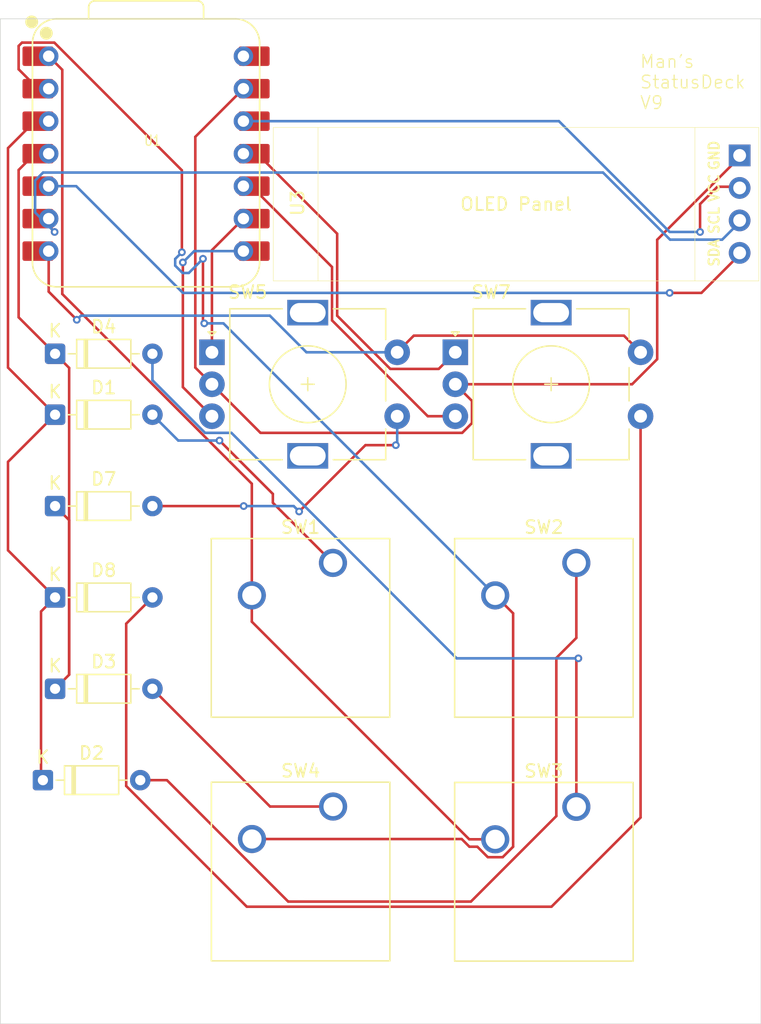
<source format=kicad_pcb>
(kicad_pcb (version 20241229) (generator "pcbnew") (generator_version "9.0")
  (layers (0 "F.Cu" signal) (2 "B.Cu" signal) (13 "F.Paste" user) (15 "B.Paste" user) (5 "F.SilkS" user "F.Silkscreen") (7 "B.SilkS" user "B.Silkscreen") (1 "F.Mask" user) (3 "B.Mask" user) (25 "Edge.Cuts" user))
  (net 0 "")
  (net 1 "ENC1_A")
  (net 2 "+3V3")
  (net 3 "ENC1_B")
  (net 4 "ENC1_C")
  (net 5 "ENC1_D")
  (net 6 "GND")
  (net 7 "C1")
  (net 8 "Net-(D1-A)")
  (net 9 "Net-(D2-A)")
  (net 10 "C2")
  (net 11 "Net-(D3-A)")
  (net 12 "Net-(D4-A)")
  (net 13 "Net-(D7-A)")
  (net 14 "Net-(D8-A)")
  (net 15 "+5V")
  (net 16 "R1")
  (net 17 "R2")
  (net 18 "R3")
  (net 19 "SCL")
  (net 20 "SDA")
  (footprint "Button_Switch_Keyboard:SW_Cherry_MX_1.00u_PCB" (layer "F.Cu") (at 185.57875 128.27)
    (property "Reference" "SW2" (at -2.54 -2.794 0) (layer "F.SilkS"))
    (property "Value" "SW_Push")
    (fp_line (start -9.525 -1.905) (end 4.445 -1.905) (stroke (width 0.12)) (layer "F.SilkS"))
    (fp_line (start -9.525 12.065) (end -9.525 -1.905) (stroke (width 0.12)) (layer "F.SilkS"))
    (fp_line (start 4.445 -1.905) (end 4.445 12.065) (stroke (width 0.12)) (layer "F.SilkS"))
    (fp_line (start 4.445 12.065) (end -9.525 12.065) (stroke (width 0.12)) (layer "F.SilkS"))
    (pad "" np_thru_hole circle (at -7.62 5.08) (size 1.7 1.7) (drill 1.7) (layers "*.Cu" "*.Mask"))
    (pad "" np_thru_hole circle (at -2.54 5.08) (size 4 4) (drill 4) (layers "*.Cu" "*.Mask"))
    (pad "" np_thru_hole circle (at 2.54 5.08) (size 1.7 1.7) (drill 1.7) (layers "*.Cu" "*.Mask"))
    (pad "1" thru_hole circle (at 0 0) (size 2.2 2.2) (drill 1.5) (layers "*.Cu" "*.Mask") (net 9 "Net-(D2-A)"))
    (pad "2" thru_hole circle (at -6.35 2.54) (size 2.2 2.2) (drill 1.5) (layers "*.Cu" "*.Mask") (net 17 "R2"))
  )
  (footprint "KIcad:SSD1306-0.91-OLED-4pin-128x32" (layer "F.Cu") (at 161.86 94.22)
    (property "Reference" "U3" (at 1.9 5.91 90) (layer "F.SilkS"))
    (property "Value" "SSD1306")
    (fp_line (start 0 0) (end 0 12) (stroke (width 0.04)) (layer "F.SilkS"))
    (fp_line (start 0 12) (end 38 12) (stroke (width 0.04)) (layer "F.SilkS"))
    (fp_line (start 3.5 0) (end 3.5 12) (stroke (width 0.04)) (layer "F.SilkS"))
    (fp_line (start 33 0) (end 33 12) (stroke (width 0.04)) (layer "F.SilkS"))
    (fp_line (start 38 0) (end 0 0) (stroke (width 0.04)) (layer "F.SilkS"))
    (fp_line (start 38 12) (end 38 0) (stroke (width 0.04)) (layer "F.SilkS"))
    (fp_text user "GND" (at 34.5 2.19 270) (layer "F.SilkS") (effects (font (size 0.8 0.75))))
    (fp_text user "VCC" (at 34.5 4.73 270) (layer "F.SilkS") (effects (font (size 0.8 0.75))))
    (fp_text user "SDA" (at 34.5 9.81 270) (layer "F.SilkS") (effects (font (size 0.8 0.75))))
    (fp_text user "OLED Panel" (at 19 6 0) (layer "F.SilkS"))
    (fp_text user "SCL" (at 34.5 7.27 270) (layer "F.SilkS") (effects (font (size 0.8 0.75))))
    (pad "1" thru_hole rect (at 36.5 2.19) (size 1.7 1.7) (drill 1) (layers "*.Cu" "*.Mask") (net 6 "GND"))
    (pad "2" thru_hole oval (at 36.5 4.73) (size 1.7 1.7) (drill 1) (layers "*.Cu" "*.Mask") (net 2 "+3V3"))
    (pad "3" thru_hole oval (at 36.5 7.27) (size 1.7 1.7) (drill 1) (layers "*.Cu" "*.Mask") (net 19 "SCL"))
    (pad "4" thru_hole oval (at 36.5 9.81) (size 1.7 1.7) (drill 1) (layers "*.Cu" "*.Mask") (net 20 "SDA"))
  )
  (footprint "Button_Switch_Keyboard:SW_Cherry_MX_1.00u_PCB" (layer "F.Cu") (at 166.54 147.32)
    (property "Reference" "SW4" (at -2.54 -2.794 0) (layer "F.SilkS"))
    (property "Value" "SW_Push")
    (fp_line (start -9.525 -1.905) (end 4.445 -1.905) (stroke (width 0.12)) (layer "F.SilkS"))
    (fp_line (start -9.525 12.065) (end -9.525 -1.905) (stroke (width 0.12)) (layer "F.SilkS"))
    (fp_line (start 4.445 -1.905) (end 4.445 12.065) (stroke (width 0.12)) (layer "F.SilkS"))
    (fp_line (start 4.445 12.065) (end -9.525 12.065) (stroke (width 0.12)) (layer "F.SilkS"))
    (pad "" np_thru_hole circle (at -7.62 5.08) (size 1.7 1.7) (drill 1.7) (layers "*.Cu" "*.Mask"))
    (pad "" np_thru_hole circle (at -2.54 5.08) (size 4 4) (drill 4) (layers "*.Cu" "*.Mask"))
    (pad "" np_thru_hole circle (at 2.54 5.08) (size 1.7 1.7) (drill 1.7) (layers "*.Cu" "*.Mask"))
    (pad "1" thru_hole circle (at 0 0) (size 2.2 2.2) (drill 1.5) (layers "*.Cu" "*.Mask") (net 11 "Net-(D3-A)"))
    (pad "2" thru_hole circle (at -6.35 2.54) (size 2.2 2.2) (drill 1.5) (layers "*.Cu" "*.Mask") (net 17 "R2"))
  )
  (footprint "Diode_THT:D_DO-35_SOD27_P7.62mm_Horizontal" (layer "F.Cu") (at 144.78 130.96875)
    (property "Reference" "D8" (at 3.81 -2.12 0) (layer "F.SilkS"))
    (property "Value" "1N4148")
    (fp_line (start 1.04 0) (end 1.69 0) (stroke (width 0.12)) (layer "F.SilkS"))
    (fp_line (start 2.29 -1.12) (end 2.29 1.12) (stroke (width 0.12)) (layer "F.SilkS"))
    (fp_line (start 2.41 -1.12) (end 2.41 1.12) (stroke (width 0.12)) (layer "F.SilkS"))
    (fp_line (start 2.53 -1.12) (end 2.53 1.12) (stroke (width 0.12)) (layer "F.SilkS"))
    (fp_line (start 6.58 0) (end 5.93 0) (stroke (width 0.12)) (layer "F.SilkS"))
    (fp_rect (start 1.69 -1.12) (end 5.93 1.12) (stroke (width 0.12)) (fill no) (layer "F.SilkS"))
    (fp_text user "K" (at 0 -1.8 0) (layer "F.SilkS"))
    (pad "1" thru_hole roundrect (at 0 0) (size 1.6 1.6) (drill 0.8) (layers "*.Cu" "*.Mask") (roundrect_rratio 0.15625) (net 7 "C1"))
    (pad "2" thru_hole circle (at 7.62 0) (size 1.6 1.6) (drill 0.8) (layers "*.Cu" "*.Mask") (net 14 "Net-(D8-A)"))
  )
  (footprint "Diode_THT:D_DO-35_SOD27_P7.62mm_Horizontal" (layer "F.Cu") (at 144.78 116.68125)
    (property "Reference" "D1" (at 3.81 -2.12 0) (layer "F.SilkS"))
    (property "Value" "1N4148")
    (fp_line (start 1.04 0) (end 1.69 0) (stroke (width 0.12)) (layer "F.SilkS"))
    (fp_line (start 2.29 -1.12) (end 2.29 1.12) (stroke (width 0.12)) (layer "F.SilkS"))
    (fp_line (start 2.41 -1.12) (end 2.41 1.12) (stroke (width 0.12)) (layer "F.SilkS"))
    (fp_line (start 2.53 -1.12) (end 2.53 1.12) (stroke (width 0.12)) (layer "F.SilkS"))
    (fp_line (start 6.58 0) (end 5.93 0) (stroke (width 0.12)) (layer "F.SilkS"))
    (fp_rect (start 1.69 -1.12) (end 5.93 1.12) (stroke (width 0.12)) (fill no) (layer "F.SilkS"))
    (fp_text user "K" (at 0 -1.8 0) (layer "F.SilkS"))
    (pad "1" thru_hole roundrect (at 0 0) (size 1.6 1.6) (drill 0.8) (layers "*.Cu" "*.Mask") (roundrect_rratio 0.15625) (net 7 "C1"))
    (pad "2" thru_hole circle (at 7.62 0) (size 1.6 1.6) (drill 0.8) (layers "*.Cu" "*.Mask") (net 8 "Net-(D1-A)"))
  )
  (footprint "Rotary_Encoder:RotaryEncoder_Alps_EC11E-Switch_Vertical_H20mm" (layer "F.Cu") (at 157.05625 111.8)
    (property "Reference" "SW5" (at 2.8 -4.7 0) (layer "F.SilkS"))
    (property "Value" "RotaryEncoder_Switch")
    (fp_line (start -0.3 -1.6) (end 0.3 -1.6) (stroke (width 0.12)) (layer "F.SilkS"))
    (fp_line (start 0 -1.3) (end -0.3 -1.6) (stroke (width 0.12)) (layer "F.SilkS"))
    (fp_line (start 0.3 -1.6) (end 0 -1.3) (stroke (width 0.12)) (layer "F.SilkS"))
    (fp_line (start 1.4 -3.4) (end 1.4 8.4) (stroke (width 0.12)) (layer "F.SilkS"))
    (fp_line (start 5.5 -3.4) (end 1.4 -3.4) (stroke (width 0.12)) (layer "F.SilkS"))
    (fp_line (start 5.5 8.4) (end 1.4 8.4) (stroke (width 0.12)) (layer "F.SilkS"))
    (fp_line (start 7 2.5) (end 8 2.5) (stroke (width 0.12)) (layer "F.SilkS"))
    (fp_line (start 7.5 2) (end 7.5 3) (stroke (width 0.12)) (layer "F.SilkS"))
    (fp_line (start 9.5 -3.4) (end 13.6 -3.4) (stroke (width 0.12)) (layer "F.SilkS"))
    (fp_line (start 13.6 -3.4) (end 13.6 -1) (stroke (width 0.12)) (layer "F.SilkS"))
    (fp_line (start 13.6 1.2) (end 13.6 3.8) (stroke (width 0.12)) (layer "F.SilkS"))
    (fp_line (start 13.6 6) (end 13.6 8.4) (stroke (width 0.12)) (layer "F.SilkS"))
    (fp_line (start 13.6 8.4) (end 9.5 8.4) (stroke (width 0.12)) (layer "F.SilkS"))
    (fp_circle (center 7.5 2.5) (end 10.5 2.5) (stroke (width 0.12)) (fill no) (layer "F.SilkS"))
    (pad "A" thru_hole rect (at 0 0) (size 2 2) (drill 1) (layers "*.Cu" "*.Mask") (net 4 "ENC1_C"))
    (pad "B" thru_hole circle (at 0 5) (size 2 2) (drill 1) (layers "*.Cu" "*.Mask") (net 5 "ENC1_D"))
    (pad "C" thru_hole circle (at 0 2.5) (size 2 2) (drill 1) (layers "*.Cu" "*.Mask") (net 6 "GND"))
    (pad "MP" thru_hole rect (at 7.5 -3.1) (size 3.2 2) (drill oval 2.8 1.5) (layers "*.Cu" "*.Mask"))
    (pad "MP" thru_hole rect (at 7.5 8.1) (size 3.2 2) (drill oval 2.8 1.5) (layers "*.Cu" "*.Mask"))
    (pad "S1" thru_hole circle (at 14.5 5) (size 2 2) (drill 1) (layers "*.Cu" "*.Mask") (net 13 "Net-(D7-A)"))
    (pad "S2" thru_hole circle (at 14.5 0) (size 2 2) (drill 1) (layers "*.Cu" "*.Mask") (net 18 "R3"))
  )
  (footprint "Diode_THT:D_DO-35_SOD27_P7.62mm_Horizontal" (layer "F.Cu") (at 144.78 138.1125)
    (property "Reference" "D3" (at 3.81 -2.12 0) (layer "F.SilkS"))
    (property "Value" "1N4148")
    (fp_line (start 1.04 0) (end 1.69 0) (stroke (width 0.12)) (layer "F.SilkS"))
    (fp_line (start 2.29 -1.12) (end 2.29 1.12) (stroke (width 0.12)) (layer "F.SilkS"))
    (fp_line (start 2.41 -1.12) (end 2.41 1.12) (stroke (width 0.12)) (layer "F.SilkS"))
    (fp_line (start 2.53 -1.12) (end 2.53 1.12) (stroke (width 0.12)) (layer "F.SilkS"))
    (fp_line (start 6.58 0) (end 5.93 0) (stroke (width 0.12)) (layer "F.SilkS"))
    (fp_rect (start 1.69 -1.12) (end 5.93 1.12) (stroke (width 0.12)) (fill no) (layer "F.SilkS"))
    (fp_text user "K" (at 0 -1.8 0) (layer "F.SilkS"))
    (pad "1" thru_hole roundrect (at 0 0) (size 1.6 1.6) (drill 0.8) (layers "*.Cu" "*.Mask") (roundrect_rratio 0.15625) (net 10 "C2"))
    (pad "2" thru_hole circle (at 7.62 0) (size 1.6 1.6) (drill 0.8) (layers "*.Cu" "*.Mask") (net 11 "Net-(D3-A)"))
  )
  (footprint "Diode_THT:D_DO-35_SOD27_P7.62mm_Horizontal" (layer "F.Cu") (at 144.78 123.825)
    (property "Reference" "D7" (at 3.81 -2.12 0) (layer "F.SilkS"))
    (property "Value" "1N4148")
    (fp_line (start 1.04 0) (end 1.69 0) (stroke (width 0.12)) (layer "F.SilkS"))
    (fp_line (start 2.29 -1.12) (end 2.29 1.12) (stroke (width 0.12)) (layer "F.SilkS"))
    (fp_line (start 2.41 -1.12) (end 2.41 1.12) (stroke (width 0.12)) (layer "F.SilkS"))
    (fp_line (start 2.53 -1.12) (end 2.53 1.12) (stroke (width 0.12)) (layer "F.SilkS"))
    (fp_line (start 6.58 0) (end 5.93 0) (stroke (width 0.12)) (layer "F.SilkS"))
    (fp_rect (start 1.69 -1.12) (end 5.93 1.12) (stroke (width 0.12)) (fill no) (layer "F.SilkS"))
    (fp_text user "K" (at 0 -1.8 0) (layer "F.SilkS"))
    (pad "1" thru_hole roundrect (at 0 0) (size 1.6 1.6) (drill 0.8) (layers "*.Cu" "*.Mask") (roundrect_rratio 0.15625) (net 10 "C2"))
    (pad "2" thru_hole circle (at 7.62 0) (size 1.6 1.6) (drill 0.8) (layers "*.Cu" "*.Mask") (net 13 "Net-(D7-A)"))
  )
  (footprint "Button_Switch_Keyboard:SW_Cherry_MX_1.00u_PCB" (layer "F.Cu") (at 185.58 147.34)
    (property "Reference" "SW3" (at -2.54 -2.794 0) (layer "F.SilkS"))
    (property "Value" "SW_Push")
    (fp_line (start -9.525 -1.905) (end 4.445 -1.905) (stroke (width 0.12)) (layer "F.SilkS"))
    (fp_line (start -9.525 12.065) (end -9.525 -1.905) (stroke (width 0.12)) (layer "F.SilkS"))
    (fp_line (start 4.445 -1.905) (end 4.445 12.065) (stroke (width 0.12)) (layer "F.SilkS"))
    (fp_line (start 4.445 12.065) (end -9.525 12.065) (stroke (width 0.12)) (layer "F.SilkS"))
    (pad "" np_thru_hole circle (at -7.62 5.08) (size 1.7 1.7) (drill 1.7) (layers "*.Cu" "*.Mask"))
    (pad "" np_thru_hole circle (at -2.54 5.08) (size 4 4) (drill 4) (layers "*.Cu" "*.Mask"))
    (pad "" np_thru_hole circle (at 2.54 5.08) (size 1.7 1.7) (drill 1.7) (layers "*.Cu" "*.Mask"))
    (pad "1" thru_hole circle (at 0 0) (size 2.2 2.2) (drill 1.5) (layers "*.Cu" "*.Mask") (net 12 "Net-(D4-A)"))
    (pad "2" thru_hole circle (at -6.35 2.54) (size 2.2 2.2) (drill 1.5) (layers "*.Cu" "*.Mask") (net 16 "R1"))
  )
  (footprint "Button_Switch_Keyboard:SW_Cherry_MX_1.00u_PCB" (layer "F.Cu") (at 166.52875 128.27)
    (property "Reference" "SW1" (at -2.54 -2.794 0) (layer "F.SilkS"))
    (property "Value" "SW_Push")
    (fp_line (start -9.525 -1.905) (end 4.445 -1.905) (stroke (width 0.12)) (layer "F.SilkS"))
    (fp_line (start -9.525 12.065) (end -9.525 -1.905) (stroke (width 0.12)) (layer "F.SilkS"))
    (fp_line (start 4.445 -1.905) (end 4.445 12.065) (stroke (width 0.12)) (layer "F.SilkS"))
    (fp_line (start 4.445 12.065) (end -9.525 12.065) (stroke (width 0.12)) (layer "F.SilkS"))
    (pad "" np_thru_hole circle (at -7.62 5.08) (size 1.7 1.7) (drill 1.7) (layers "*.Cu" "*.Mask"))
    (pad "" np_thru_hole circle (at -2.54 5.08) (size 4 4) (drill 4) (layers "*.Cu" "*.Mask"))
    (pad "" np_thru_hole circle (at 2.54 5.08) (size 1.7 1.7) (drill 1.7) (layers "*.Cu" "*.Mask"))
    (pad "1" thru_hole circle (at 0 0) (size 2.2 2.2) (drill 1.5) (layers "*.Cu" "*.Mask") (net 8 "Net-(D1-A)"))
    (pad "2" thru_hole circle (at -6.35 2.54) (size 2.2 2.2) (drill 1.5) (layers "*.Cu" "*.Mask") (net 16 "R1"))
  )
  (footprint "Rotary_Encoder:RotaryEncoder_Alps_EC11E-Switch_Vertical_H20mm" (layer "F.Cu") (at 176.10625 111.8)
    (property "Reference" "SW7" (at 2.8 -4.7 0) (layer "F.SilkS"))
    (property "Value" "RotaryEncoder_Switch")
    (fp_line (start -0.3 -1.6) (end 0.3 -1.6) (stroke (width 0.12)) (layer "F.SilkS"))
    (fp_line (start 0 -1.3) (end -0.3 -1.6) (stroke (width 0.12)) (layer "F.SilkS"))
    (fp_line (start 0.3 -1.6) (end 0 -1.3) (stroke (width 0.12)) (layer "F.SilkS"))
    (fp_line (start 1.4 -3.4) (end 1.4 8.4) (stroke (width 0.12)) (layer "F.SilkS"))
    (fp_line (start 5.5 -3.4) (end 1.4 -3.4) (stroke (width 0.12)) (layer "F.SilkS"))
    (fp_line (start 5.5 8.4) (end 1.4 8.4) (stroke (width 0.12)) (layer "F.SilkS"))
    (fp_line (start 7 2.5) (end 8 2.5) (stroke (width 0.12)) (layer "F.SilkS"))
    (fp_line (start 7.5 2) (end 7.5 3) (stroke (width 0.12)) (layer "F.SilkS"))
    (fp_line (start 9.5 -3.4) (end 13.6 -3.4) (stroke (width 0.12)) (layer "F.SilkS"))
    (fp_line (start 13.6 -3.4) (end 13.6 -1) (stroke (width 0.12)) (layer "F.SilkS"))
    (fp_line (start 13.6 1.2) (end 13.6 3.8) (stroke (width 0.12)) (layer "F.SilkS"))
    (fp_line (start 13.6 6) (end 13.6 8.4) (stroke (width 0.12)) (layer "F.SilkS"))
    (fp_line (start 13.6 8.4) (end 9.5 8.4) (stroke (width 0.12)) (layer "F.SilkS"))
    (fp_circle (center 7.5 2.5) (end 10.5 2.5) (stroke (width 0.12)) (fill no) (layer "F.SilkS"))
    (pad "A" thru_hole rect (at 0 0) (size 2 2) (drill 1) (layers "*.Cu" "*.Mask") (net 1 "ENC1_A"))
    (pad "B" thru_hole circle (at 0 5) (size 2 2) (drill 1) (layers "*.Cu" "*.Mask") (net 3 "ENC1_B"))
    (pad "C" thru_hole circle (at 0 2.5) (size 2 2) (drill 1) (layers "*.Cu" "*.Mask") (net 6 "GND"))
    (pad "MP" thru_hole rect (at 7.5 -3.1) (size 3.2 2) (drill oval 2.8 1.5) (layers "*.Cu" "*.Mask"))
    (pad "MP" thru_hole rect (at 7.5 8.1) (size 3.2 2) (drill oval 2.8 1.5) (layers "*.Cu" "*.Mask"))
    (pad "S1" thru_hole circle (at 14.5 5) (size 2 2) (drill 1) (layers "*.Cu" "*.Mask") (net 14 "Net-(D8-A)"))
    (pad "S2" thru_hole circle (at 14.5 0) (size 2 2) (drill 1) (layers "*.Cu" "*.Mask") (net 18 "R3"))
  )
  (footprint "Diode_THT:D_DO-35_SOD27_P7.62mm_Horizontal" (layer "F.Cu") (at 143.8275 145.25625)
    (property "Reference" "D2" (at 3.81 -2.12 0) (layer "F.SilkS"))
    (property "Value" "1N4148")
    (fp_line (start 1.04 0) (end 1.69 0) (stroke (width 0.12)) (layer "F.SilkS"))
    (fp_line (start 2.29 -1.12) (end 2.29 1.12) (stroke (width 0.12)) (layer "F.SilkS"))
    (fp_line (start 2.41 -1.12) (end 2.41 1.12) (stroke (width 0.12)) (layer "F.SilkS"))
    (fp_line (start 2.53 -1.12) (end 2.53 1.12) (stroke (width 0.12)) (layer "F.SilkS"))
    (fp_line (start 6.58 0) (end 5.93 0) (stroke (width 0.12)) (layer "F.SilkS"))
    (fp_rect (start 1.69 -1.12) (end 5.93 1.12) (stroke (width 0.12)) (fill no) (layer "F.SilkS"))
    (fp_text user "K" (at 0 -1.8 0) (layer "F.SilkS"))
    (pad "1" thru_hole roundrect (at 0 0) (size 1.6 1.6) (drill 0.8) (layers "*.Cu" "*.Mask") (roundrect_rratio 0.15625) (net 7 "C1"))
    (pad "2" thru_hole circle (at 7.62 0) (size 1.6 1.6) (drill 0.8) (layers "*.Cu" "*.Mask") (net 9 "Net-(D2-A)"))
  )
  (footprint "Diode_THT:D_DO-35_SOD27_P7.62mm_Horizontal" (layer "F.Cu") (at 144.78 111.91875)
    (property "Reference" "D4" (at 3.81 -2.12 0) (layer "F.SilkS"))
    (property "Value" "1N4148")
    (fp_line (start 1.04 0) (end 1.69 0) (stroke (width 0.12)) (layer "F.SilkS"))
    (fp_line (start 2.29 -1.12) (end 2.29 1.12) (stroke (width 0.12)) (layer "F.SilkS"))
    (fp_line (start 2.41 -1.12) (end 2.41 1.12) (stroke (width 0.12)) (layer "F.SilkS"))
    (fp_line (start 2.53 -1.12) (end 2.53 1.12) (stroke (width 0.12)) (layer "F.SilkS"))
    (fp_line (start 6.58 0) (end 5.93 0) (stroke (width 0.12)) (layer "F.SilkS"))
    (fp_rect (start 1.69 -1.12) (end 5.93 1.12) (stroke (width 0.12)) (fill no) (layer "F.SilkS"))
    (fp_text user "K" (at 0 -1.8 0) (layer "F.SilkS"))
    (pad "1" thru_hole roundrect (at 0 0) (size 1.6 1.6) (drill 0.8) (layers "*.Cu" "*.Mask") (roundrect_rratio 0.15625) (net 10 "C2"))
    (pad "2" thru_hole circle (at 7.62 0) (size 1.6 1.6) (drill 0.8) (layers "*.Cu" "*.Mask") (net 12 "Net-(D4-A)"))
  )
  (footprint "XIAO:XIAO-RP2040-DIP" (layer "F.Cu") (at 151.9 96.27)
    (property "Reference" "U1" (at 0.5 -1.02 0) (layer "F.SilkS") (effects (font (size 0.8 0.635) (thickness 0.1016))))
    (property "Value" "XIAO-RP2040-DIP")
    (fp_line (start -8.89 8.509) (end -8.89 -8.636) (stroke (width 0.127)) (layer "F.SilkS"))
    (fp_line (start -6.985 10.414) (end 6.985 10.414) (stroke (width 0.127)) (layer "F.SilkS"))
    (fp_line (start -4.495 -10.541) (end -4.491272 -11.451272) (stroke (width 0.127)) (layer "F.SilkS"))
    (fp_line (start -3.991272 -11.951) (end 4.004 -11.951) (stroke (width 0.127)) (layer "F.SilkS"))
    (fp_line (start 4.504 -11.451) (end 4.504 -10.541) (stroke (width 0.127)) (layer "F.SilkS"))
    (fp_line (start 6.985 -10.541) (end -6.985 -10.541) (stroke (width 0.1)) (layer "F.SilkS"))
    (fp_line (start 6.985 -10.541) (end -6.985 -10.541) (stroke (width 0.127)) (layer "F.SilkS"))
    (fp_line (start 8.89 8.509) (end 8.89 -8.636) (stroke (width 0.127)) (layer "F.SilkS"))
    (fp_arc (start -8.89 -8.636) (mid -8.332038 -9.983038) (end -6.985 -10.541) (stroke (width 0.127)) (layer "F.SilkS"))
    (fp_arc (start -6.985 10.414) (mid -8.332038 9.856038) (end -8.89 8.509) (stroke (width 0.127)) (layer "F.SilkS"))
    (fp_arc (start -4.491272 -11.451272) (mid -4.344728 -11.80464) (end -3.991272 -11.951) (stroke (width 0.127)) (layer "F.SilkS"))
    (fp_arc (start 4.004 -11.951) (mid 4.357553 -11.804553) (end 4.504 -11.451) (stroke (width 0.127)) (layer "F.SilkS"))
    (fp_arc (start 6.985 -10.541) (mid 8.332038 -9.983038) (end 8.89 -8.636) (stroke (width 0.127)) (layer "F.SilkS"))
    (fp_arc (start 8.89 8.509) (mid 8.332038 9.856038) (end 6.985 10.414) (stroke (width 0.127)) (layer "F.SilkS"))
    (fp_circle (center -8.95 -10.3) (end -8.95 -10.554) (stroke (width 0.5)) (fill yes) (layer "F.SilkS"))
    (fp_circle (center -7.807 -9.42) (end -7.807 -9.674) (stroke (width 0.5)) (fill yes) (layer "F.SilkS"))
    (pad "1" smd roundrect (at -8.455 -7.62 180) (size 2.432 1.524) (layers "F.Cu" "F.Mask") (roundrect_rratio 0.1) (net 16 "R1"))
    (pad "1" thru_hole circle (at -7.62 -7.62 180) (size 1.524 1.524) (drill 0.889) (layers "*.Cu" "*.Mask") (net 16 "R1"))
    (pad "2" smd roundrect (at -8.455 -5.08 180) (size 2.432 1.524) (layers "F.Cu" "F.Mask") (roundrect_rratio 0.1) (net 17 "R2"))
    (pad "2" thru_hole circle (at -7.62 -5.08 180) (size 1.524 1.524) (drill 0.889) (layers "*.Cu" "*.Mask") (net 17 "R2"))
    (pad "3" smd roundrect (at -8.455 -2.54 180) (size 2.432 1.524) (layers "F.Cu" "F.Mask") (roundrect_rratio 0.1) (net 7 "C1"))
    (pad "3" thru_hole circle (at -7.62 -2.54 180) (size 1.524 1.524) (drill 0.889) (layers "*.Cu" "*.Mask") (net 7 "C1"))
    (pad "4" smd roundrect (at -8.455 0 180) (size 2.432 1.524) (layers "F.Cu" "F.Mask") (roundrect_rratio 0.1) (net 10 "C2"))
    (pad "4" thru_hole circle (at -7.62 0 180) (size 1.524 1.524) (drill 0.889) (layers "*.Cu" "*.Mask") (net 10 "C2"))
    (pad "5" smd roundrect (at -8.455 2.54 180) (size 2.432 1.524) (layers "F.Cu" "F.Mask") (roundrect_rratio 0.1) (net 20 "SDA"))
    (pad "5" thru_hole circle (at -7.62 2.54 180) (size 1.524 1.524) (drill 0.889) (layers "*.Cu" "*.Mask") (net 20 "SDA"))
    (pad "6" smd roundrect (at -8.455 5.08 180) (size 2.432 1.524) (layers "F.Cu" "F.Mask") (roundrect_rratio 0.1) (net 19 "SCL"))
    (pad "6" thru_hole circle (at -7.62 5.08 180) (size 1.524 1.524) (drill 0.889) (layers "*.Cu" "*.Mask") (net 19 "SCL"))
    (pad "7" smd roundrect (at -8.455 7.62 180) (size 2.432 1.524) (layers "F.Cu" "F.Mask") (roundrect_rratio 0.1) (net 18 "R3"))
    (pad "7" thru_hole circle (at -7.62 7.62 180) (size 1.524 1.524) (drill 0.889) (layers "*.Cu" "*.Mask") (net 18 "R3"))
    (pad "8" thru_hole circle (at 7.62 7.62) (size 1.524 1.524) (drill 0.889) (layers "*.Cu" "*.Mask") (net 5 "ENC1_D"))
    (pad "8" smd roundrect (at 8.455 7.62) (size 2.432 1.524) (layers "F.Cu" "F.Mask") (roundrect_rratio 0.1) (net 5 "ENC1_D"))
    (pad "9" thru_hole circle (at 7.62 5.08) (size 1.524 1.524) (drill 0.889) (layers "*.Cu" "*.Mask") (net 4 "ENC1_C"))
    (pad "9" smd roundrect (at 8.455 5.08) (size 2.432 1.524) (layers "F.Cu" "F.Mask") (roundrect_rratio 0.1) (net 4 "ENC1_C"))
    (pad "10" thru_hole circle (at 7.62 2.54) (size 1.524 1.524) (drill 0.889) (layers "*.Cu" "*.Mask") (net 3 "ENC1_B"))
    (pad "10" smd roundrect (at 8.455 2.54) (size 2.432 1.524) (layers "F.Cu" "F.Mask") (roundrect_rratio 0.1) (net 3 "ENC1_B"))
    (pad "11" thru_hole circle (at 7.62 0) (size 1.524 1.524) (drill 0.889) (layers "*.Cu" "*.Mask") (net 1 "ENC1_A"))
    (pad "11" smd roundrect (at 8.455 0) (size 2.432 1.524) (layers "F.Cu" "F.Mask") (roundrect_rratio 0.1) (net 1 "ENC1_A"))
    (pad "12" thru_hole circle (at 7.62 -2.54) (size 1.524 1.524) (drill 0.889) (layers "*.Cu" "*.Mask") (net 2 "+3V3"))
    (pad "12" smd roundrect (at 8.455 -2.54) (size 2.432 1.524) (layers "F.Cu" "F.Mask") (roundrect_rratio 0.1) (net 2 "+3V3"))
    (pad "13" thru_hole circle (at 7.62 -5.08) (size 1.524 1.524) (drill 0.889) (layers "*.Cu" "*.Mask") (net 6 "GND"))
    (pad "13" smd roundrect (at 8.455 -5.08) (size 2.432 1.524) (layers "F.Cu" "F.Mask") (roundrect_rratio 0.1) (net 6 "GND"))
    (pad "14" thru_hole circle (at 7.62 -7.62) (size 1.524 1.524) (drill 0.889) (layers "*.Cu" "*.Mask") (net 15 "+5V"))
    (pad "14" smd roundrect (at 8.455 -7.62) (size 2.432 1.524) (layers "F.Cu" "F.Mask") (roundrect_rratio 0.1) (net 15 "+5V"))
  )
  (gr_rect (start 140.49375 85.725) (end 200.025 164.30625) (stroke (width 0.05)) (fill no) (layer "Edge.Cuts"))
  (gr_text "Man's \nStatusDeck\nV9\n" (at 190.5 92.86875 0) (layer "F.SilkS") (effects (font (size 1 1) (thickness 0.1)) (justify left bottom)))
  (segment (start 166.85825 108.941892) (end 166.85825 102.53062) (width 0.2) (layer "F.Cu") (net 1))
  (segment (start 171.017358 113.101) (end 166.85825 108.941892) (width 0.2) (layer "F.Cu") (net 1))
  (segment (start 160.59763 96.27) (end 159.52 96.27) (width 0.2) (layer "F.Cu") (net 1))
  (segment (start 174.80525 113.101) (end 171.017358 113.101) (width 0.2) (layer "F.Cu") (net 1))
  (segment (start 176.10625 111.8) (end 174.80525 113.101) (width 0.2) (layer "F.Cu") (net 1))
  (segment (start 166.85825 102.53062) (end 160.59763 96.27) (width 0.2) (layer "F.Cu") (net 1))
  (segment (start 198.59 98.8575) (end 196.6171 98.8575) (width 0.2) (layer "F.Cu") (net 2))
  (segment (start 195.2625 100.2121) (end 195.2625 102.39375) (width 0.2) (layer "F.Cu") (net 2))
  (segment (start 196.6171 98.8575) (end 195.2625 100.2121) (width 0.2) (layer "F.Cu") (net 2))
  (via (at 195.2625 102.39375) (size 0.6) (drill 0.3) (layers "F.Cu" "B.Cu") (net 2))
  (segment (start 195.2625 102.39375) (end 192.88125 102.39375) (width 0.2) (layer "B.Cu") (net 2))
  (segment (start 184.2175 93.73) (end 159.52 93.73) (width 0.2) (layer "B.Cu") (net 2))
  (segment (start 192.88125 102.39375) (end 184.2175 93.73) (width 0.2) (layer "B.Cu") (net 2))
  (segment (start 166.45725 109.30725) (end 166.45725 105.133624) (width 0.2) (layer "F.Cu") (net 3))
  (segment (start 160.133626 98.81) (end 159.52 98.81) (width 0.2) (layer "F.Cu") (net 3))
  (segment (start 176.10625 116.8) (end 173.95 116.8) (width 0.2) (layer "F.Cu") (net 3))
  (segment (start 173.95 116.8) (end 166.45725 109.30725) (width 0.2) (layer "F.Cu") (net 3))
  (segment (start 166.45725 105.133624) (end 160.133626 98.81) (width 0.2) (layer "F.Cu") (net 3))
  (segment (start 157.05625 103.81375) (end 159.52 101.35) (width 0.2) (layer "F.Cu") (net 4))
  (segment (start 157.05625 111.8) (end 157.05625 103.81375) (width 0.2) (layer "F.Cu") (net 4))
  (segment (start 154.78125 114.525) (end 154.78125 104.775) (width 0.2) (layer "F.Cu") (net 5))
  (segment (start 157.05625 116.8) (end 154.78125 114.525) (width 0.2) (layer "F.Cu") (net 5))
  (via (at 154.78125 104.775) (size 0.6) (drill 0.3) (layers "F.Cu" "B.Cu") (net 5))
  (segment (start 155.66625 103.89) (end 159.52 103.89) (width 0.2) (layer "B.Cu") (net 5))
  (segment (start 154.78125 104.775) (end 155.66625 103.89) (width 0.2) (layer "B.Cu") (net 5))
  (segment (start 176.10625 114.3) (end 177.40725 115.601) (width 0.2) (layer "F.Cu") (net 6))
  (segment (start 157.05625 114.3) (end 155.75525 112.999) (width 0.2) (layer "F.Cu") (net 6))
  (segment (start 177.40725 117.338892) (end 176.645142 118.101) (width 0.2) (layer "F.Cu") (net 6))
  (segment (start 189.946142 114.3) (end 176.10625 114.3) (width 0.2) (layer "F.Cu") (net 6))
  (segment (start 177.40725 115.601) (end 177.40725 117.338892) (width 0.2) (layer "F.Cu") (net 6))
  (segment (start 191.90725 103.00025) (end 191.90725 112.338892) (width 0.2) (layer "F.Cu") (net 6))
  (segment (start 160.85725 118.101) (end 157.05625 114.3) (width 0.2) (layer "F.Cu") (net 6))
  (segment (start 198.59 96.3175) (end 191.90725 103.00025) (width 0.2) (layer "F.Cu") (net 6))
  (segment (start 176.645142 118.101) (end 160.85725 118.101) (width 0.2) (layer "F.Cu") (net 6))
  (segment (start 155.75525 112.999) (end 155.75525 94.95475) (width 0.2) (layer "F.Cu") (net 6))
  (segment (start 191.90725 112.338892) (end 189.946142 114.3) (width 0.2) (layer "F.Cu") (net 6))
  (segment (start 155.75525 94.95475) (end 159.52 91.19) (width 0.2) (layer "F.Cu") (net 6))
  (segment (start 141.09475 112.996) (end 144.78 116.68125) (width 0.2) (layer "F.Cu") (net 7))
  (segment (start 141.09475 120.3665) (end 144.78 116.68125) (width 0.2) (layer "F.Cu") (net 7))
  (segment (start 141.09475 127.2835) (end 141.09475 120.3665) (width 0.2) (layer "F.Cu") (net 7))
  (segment (start 143.679 145.10775) (end 143.679 132.06975) (width 0.2) (layer "F.Cu") (net 7))
  (segment (start 141.09475 95.83762) (end 141.09475 112.996) (width 0.2) (layer "F.Cu") (net 7))
  (segment (start 143.8275 145.25625) (end 143.679 145.10775) (width 0.2) (layer "F.Cu") (net 7))
  (segment (start 143.679 132.06975) (end 144.78 130.96875) (width 0.2) (layer "F.Cu") (net 7))
  (segment (start 143.20237 93.73) (end 141.09475 95.83762) (width 0.2) (layer "F.Cu") (net 7))
  (segment (start 144.78 130.96875) (end 141.09475 127.2835) (width 0.2) (layer "F.Cu") (net 7))
  (segment (start 144.28 93.73) (end 143.20237 93.73) (width 0.2) (layer "F.Cu") (net 7))
  (segment (start 161.824441 122.875913) (end 157.649528 118.701) (width 0.2) (layer "F.Cu") (net 8))
  (segment (start 161.824441 123.565691) (end 161.824441 122.875913) (width 0.2) (layer "F.Cu") (net 8))
  (segment (start 166.52875 128.27) (end 161.824441 123.565691) (width 0.2) (layer "F.Cu") (net 8))
  (via (at 157.649528 118.701) (size 0.6) (drill 0.3) (layers "F.Cu" "B.Cu") (net 8))
  (segment (start 154.41975 118.701) (end 152.4 116.68125) (width 0.2) (layer "B.Cu") (net 8))
  (segment (start 157.649528 118.701) (end 154.41975 118.701) (width 0.2) (layer "B.Cu") (net 8))
  (segment (start 185.57875 134.134816) (end 185.57875 128.27) (width 0.2) (layer "F.Cu") (net 9))
  (segment (start 184.012566 135.701) (end 185.57875 134.134816) (width 0.2) (layer "F.Cu") (net 9))
  (segment (start 177.32747 154.751) (end 184.012566 148.065904) (width 0.2) (layer "F.Cu") (net 9))
  (segment (start 184.012566 148.065904) (end 184.012566 135.701) (width 0.2) (layer "F.Cu") (net 9))
  (segment (start 163.026184 154.751) (end 177.32747 154.751) (width 0.2) (layer "F.Cu") (net 9))
  (segment (start 151.4475 145.25625) (end 153.531434 145.25625) (width 0.2) (layer "F.Cu") (net 9))
  (segment (start 153.531434 145.25625) (end 163.026184 154.751) (width 0.2) (layer "F.Cu") (net 9))
  (segment (start 145.881 124.926) (end 144.78 123.825) (width 0.2) (layer "F.Cu") (net 10))
  (segment (start 145.881 137.0115) (end 145.881 113.01975) (width 0.2) (layer "F.Cu") (net 10))
  (segment (start 144.78 138.1125) (end 145.881 137.0115) (width 0.2) (layer "F.Cu") (net 10))
  (segment (start 144.28 96.27) (end 143.20237 96.27) (width 0.2) (layer "F.Cu") (net 10))
  (segment (start 141.928 97.54437) (end 141.928 109.06675) (width 0.2) (layer "F.Cu") (net 10))
  (segment (start 141.928 109.06675) (end 144.78 111.91875) (width 0.2) (layer "F.Cu") (net 10))
  (segment (start 145.881 113.01975) (end 144.78 111.91875) (width 0.2) (layer "F.Cu") (net 10))
  (segment (start 143.20237 96.27) (end 141.928 97.54437) (width 0.2) (layer "F.Cu") (net 10))
  (segment (start 145.881 137.0115) (end 145.881 124.926) (width 0.2) (layer "F.Cu") (net 10))
  (segment (start 166.54 147.32) (end 161.6075 147.32) (width 0.2) (layer "F.Cu") (net 11))
  (segment (start 161.6075 147.32) (end 152.4 138.1125) (width 0.2) (layer "F.Cu") (net 11))
  (segment (start 185.58 147.34) (end 185.58 135.88875) (width 0.2) (layer "F.Cu") (net 12))
  (segment (start 185.58 135.88875) (end 185.7375 135.73125) (width 0.2) (layer "F.Cu") (net 12))
  (via (at 185.7375 135.73125) (size 0.6) (drill 0.3) (layers "F.Cu" "B.Cu") (net 12))
  (segment (start 156.517358 118.101) (end 152.4 113.983642) (width 0.2) (layer "B.Cu") (net 12))
  (segment (start 176.2125 135.73125) (end 158.58225 118.101) (width 0.2) (layer "B.Cu") (net 12))
  (segment (start 185.7375 135.73125) (end 176.2125 135.73125) (width 0.2) (layer "B.Cu") (net 12))
  (segment (start 152.4 113.983642) (end 152.4 111.91875) (width 0.2) (layer "B.Cu") (net 12))
  (segment (start 158.58225 118.101) (end 156.517358 118.101) (width 0.2) (layer "B.Cu") (net 12))
  (segment (start 163.881985 124.249265) (end 169.06875 119.0625) (width 0.2) (layer "F.Cu") (net 13))
  (segment (start 169.06875 119.0625) (end 171.45 119.0625) (width 0.2) (layer "F.Cu") (net 13))
  (segment (start 152.4 123.825) (end 159.54375 123.825) (width 0.2) (layer "F.Cu") (net 13))
  (via (at 159.54375 123.825) (size 0.6) (drill 0.3) (layers "F.Cu" "B.Cu") (net 13))
  (via (at 163.881985 124.249265) (size 0.6) (drill 0.3) (layers "F.Cu" "B.Cu") (net 13))
  (via (at 171.45 119.0625) (size 0.6) (drill 0.3) (layers "F.Cu" "B.Cu") (net 13))
  (segment (start 159.54375 123.825) (end 163.45772 123.825) (width 0.2) (layer "B.Cu") (net 13))
  (segment (start 163.45772 123.825) (end 163.881985 124.249265) (width 0.2) (layer "B.Cu") (net 13))
  (segment (start 171.45 119.0625) (end 171.55625 118.95625) (width 0.2) (layer "B.Cu") (net 13))
  (segment (start 171.55625 118.95625) (end 171.55625 116.8) (width 0.2) (layer "B.Cu") (net 13))
  (segment (start 190.60625 148.178566) (end 183.632816 155.152) (width 0.2) (layer "F.Cu") (net 14))
  (segment (start 159.7862 155.152) (end 150.3465 145.7123) (width 0.2) (layer "F.Cu") (net 14))
  (segment (start 150.3465 145.7123) (end 150.3465 133.02225) (width 0.2) (layer "F.Cu") (net 14))
  (segment (start 150.3465 133.02225) (end 152.4 130.96875) (width 0.2) (layer "F.Cu") (net 14))
  (segment (start 183.632816 155.152) (end 159.7862 155.152) (width 0.2) (layer "F.Cu") (net 14))
  (segment (start 190.60625 116.8) (end 190.60625 148.178566) (width 0.2) (layer "F.Cu") (net 14))
  (segment (start 145.343 107.243) (end 160.17875 122.07875) (width 0.2) (layer "F.Cu") (net 16))
  (segment (start 145.343 89.713) (end 145.343 107.243) (width 0.2) (layer "F.Cu") (net 16))
  (segment (start 160.17875 130.81) (end 160.17875 132.864816) (width 0.2) (layer "F.Cu") (net 16))
  (segment (start 160.17875 122.07875) (end 160.17875 130.81) (width 0.2) (layer "F.Cu") (net 16))
  (segment (start 144.28 88.65) (end 145.343 89.713) (width 0.2) (layer "F.Cu") (net 16))
  (segment (start 160.17875 132.864816) (end 177.193934 149.88) (width 0.2) (layer "F.Cu") (net 16))
  (segment (start 177.193934 149.88) (end 179.23 149.88) (width 0.2) (layer "F.Cu") (net 16))
  (segment (start 156.35525 104.49) (end 156.35525 109.4365) (width 0.2) (layer "F.Cu") (net 17))
  (segment (start 156.35525 109.4365) (end 156.45625 109.5375) (width 0.2) (layer "F.Cu") (net 17))
  (segment (start 177.829 150.460314) (end 178.649686 151.281) (width 0.2) (layer "F.Cu") (net 17))
  (segment (start 142.189374 87.587) (end 144.72031 87.587) (width 0.2) (layer "F.Cu") (net 17))
  (segment (start 141.928 87.848374) (end 142.189374 87.587) (width 0.2) (layer "F.Cu") (net 17))
  (segment (start 144.72031 87.587) (end 154.704869 97.571559) (width 0.2) (layer "F.Cu") (net 17))
  (segment (start 143.445 91.19) (end 141.928 89.673) (width 0.2) (layer "F.Cu") (net 17))
  (segment (start 177.207148 150.460314) (end 177.829 150.460314) (width 0.2) (layer "F.Cu") (net 17))
  (segment (start 176.606834 149.86) (end 177.207148 150.460314) (width 0.2) (layer "F.Cu") (net 17))
  (segment (start 141.928 89.673) (end 141.928 87.848374) (width 0.2) (layer "F.Cu") (net 17))
  (segment (start 180.631 132.21225) (end 179.22875 130.81) (width 0.2) (layer "F.Cu") (net 17))
  (segment (start 178.649686 151.281) (end 179.810314 151.281) (width 0.2) (layer "F.Cu") (net 17))
  (segment (start 154.704869 97.571559) (end 154.704869 103.978652) (width 0.2) (layer "F.Cu") (net 17))
  (segment (start 180.631 150.460314) (end 180.631 132.21225) (width 0.2) (layer "F.Cu") (net 17))
  (segment (start 160.19 149.86) (end 176.606834 149.86) (width 0.2) (layer "F.Cu") (net 17))
  (segment (start 179.810314 151.281) (end 180.631 150.460314) (width 0.2) (layer "F.Cu") (net 17))
  (via (at 156.35525 104.49) (size 0.6) (drill 0.3) (layers "F.Cu" "B.Cu") (net 17))
  (via (at 154.704869 103.978652) (size 0.6) (drill 0.3) (layers "F.Cu" "B.Cu") (net 17))
  (via (at 156.45625 109.5375) (size 0.6) (drill 0.3) (layers "F.Cu" "B.Cu") (net 17))
  (segment (start 156.45625 109.5375) (end 157.95625 109.5375) (width 0.2) (layer "B.Cu") (net 17))
  (segment (start 154.704869 103.978652) (end 154.18025 104.503271) (width 0.2) (layer "B.Cu") (net 17))
  (segment (start 154.18025 105.023943) (end 154.755541 105.599234) (width 0.2) (layer "B.Cu") (net 17))
  (segment (start 157.95625 109.5375) (end 179.22875 130.81) (width 0.2) (layer "B.Cu") (net 17))
  (segment (start 154.18025 104.503271) (end 154.18025 105.023943) (width 0.2) (layer "B.Cu") (net 17))
  (segment (start 154.755541 105.599234) (end 155.246016 105.599234) (width 0.2) (layer "B.Cu") (net 17))
  (segment (start 155.246016 105.599234) (end 156.35525 104.49) (width 0.2) (layer "B.Cu") (net 17))
  (segment (start 144.28 103.89) (end 144.28 107.06) (width 0.2) (layer "F.Cu") (net 18))
  (segment (start 172.85725 110.499) (end 171.55625 111.8) (width 0.2) (layer "F.Cu") (net 18))
  (segment (start 144.28 107.06) (end 146.48 109.26) (width 0.2) (layer "F.Cu") (net 18))
  (segment (start 190.60625 111.8) (end 189.30525 110.499) (width 0.2) (layer "F.Cu") (net 18))
  (segment (start 189.30525 110.499) (end 172.85725 110.499) (width 0.2) (layer "F.Cu") (net 18))
  (via (at 146.48 109.26) (size 0.6) (drill 0.3) (layers "F.Cu" "B.Cu") (net 18))
  (segment (start 146.8035 108.9365) (end 161.59075 108.9365) (width 0.2) (layer "B.Cu") (net 18))
  (segment (start 164.45425 111.8) (end 171.55625 111.8) (width 0.2) (layer "B.Cu") (net 18))
  (segment (start 161.59075 108.9365) (end 164.45425 111.8) (width 0.2) (layer "B.Cu") (net 18))
  (segment (start 146.48 109.26) (end 146.8035 108.9365) (width 0.2) (layer "B.Cu") (net 18))
  (segment (start 144.28 101.93075) (end 144.743 102.39375) (width 0.2) (layer "F.Cu") (net 19))
  (segment (start 144.28 101.35) (end 144.28 101.93075) (width 0.2) (layer "F.Cu") (net 19))
  (via (at 144.743 102.39375) (size 0.6) (drill 0.3) (layers "F.Cu" "B.Cu") (net 19))
  (segment (start 196.99275 102.99475) (end 198.59 101.3975) (width 0.2) (layer "B.Cu") (net 19))
  (segment (start 143.217 98.36969) (end 143.83969 97.747) (width 0.2) (layer "B.Cu") (net 19))
  (segment (start 187.6674 97.747) (end 192.91515 102.99475) (width 0.2) (layer "B.Cu") (net 19))
  (segment (start 192.91515 102.99475) (end 196.99275 102.99475) (width 0.2) (layer "B.Cu") (net 19))
  (segment (start 143.83969 97.747) (end 187.6674 97.747) (width 0.2) (layer "B.Cu") (net 19))
  (segment (start 143.217 100.86775) (end 143.217 98.36969) (width 0.2) (layer "B.Cu") (net 19))
  (segment (start 144.743 102.39375) (end 143.217 100.86775) (width 0.2) (layer "B.Cu") (net 19))
  (segment (start 195.37125 107.15625) (end 192.88125 107.15625) (width 0.2) (layer "F.Cu") (net 20))
  (segment (start 198.59 103.9375) (end 195.37125 107.15625) (width 0.2) (layer "F.Cu") (net 20))
  (via (at 192.88125 107.15625) (size 0.6) (drill 0.3) (layers "F.Cu" "B.Cu") (net 20))
  (segment (start 192.88125 107.15625) (end 154.78125 107.15625) (width 0.2) (layer "B.Cu") (net 20))
  (segment (start 154.78125 107.15625) (end 146.435 98.81) (width 0.2) (layer "B.Cu") (net 20))
  (segment (start 146.435 98.81) (end 144.28 98.81) (width 0.2) (layer "B.Cu") (net 20))
)
</source>
